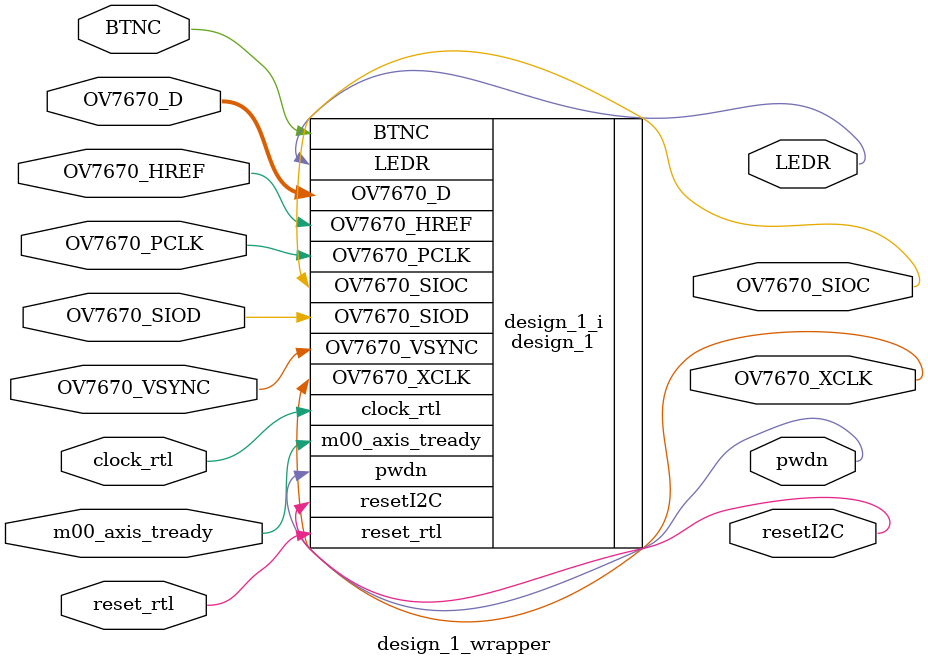
<source format=v>
`timescale 1 ps / 1 ps

module design_1_wrapper
   (BTNC,
    LEDR,
    OV7670_D,
    OV7670_HREF,
    OV7670_PCLK,
    OV7670_SIOC,
    OV7670_SIOD,
    OV7670_VSYNC,
    OV7670_XCLK,
    clock_rtl,
    m00_axis_tready,
    pwdn,
    resetI2C,
    reset_rtl);
  input BTNC;
  output [0:0]LEDR;
  input [7:0]OV7670_D;
  input OV7670_HREF;
  input OV7670_PCLK;
  output OV7670_SIOC;
  inout OV7670_SIOD;
  input OV7670_VSYNC;
  output OV7670_XCLK;
  input clock_rtl;
  input m00_axis_tready;
  output pwdn;
  output resetI2C;
  input reset_rtl;

  wire BTNC;
  wire [0:0]LEDR;
  wire [7:0]OV7670_D;
  wire OV7670_HREF;
  wire OV7670_PCLK;
  wire OV7670_SIOC;
  wire OV7670_SIOD;
  wire OV7670_VSYNC;
  wire OV7670_XCLK;
  wire clock_rtl;
  wire m00_axis_tready;
  wire pwdn;
  wire resetI2C;
  wire reset_rtl;

  design_1 design_1_i
       (.BTNC(BTNC),
        .LEDR(LEDR),
        .OV7670_D(OV7670_D),
        .OV7670_HREF(OV7670_HREF),
        .OV7670_PCLK(OV7670_PCLK),
        .OV7670_SIOC(OV7670_SIOC),
        .OV7670_SIOD(OV7670_SIOD),
        .OV7670_VSYNC(OV7670_VSYNC),
        .OV7670_XCLK(OV7670_XCLK),
        .clock_rtl(clock_rtl),
        .m00_axis_tready(m00_axis_tready),
        .pwdn(pwdn),
        .resetI2C(resetI2C),
        .reset_rtl(reset_rtl));
endmodule

</source>
